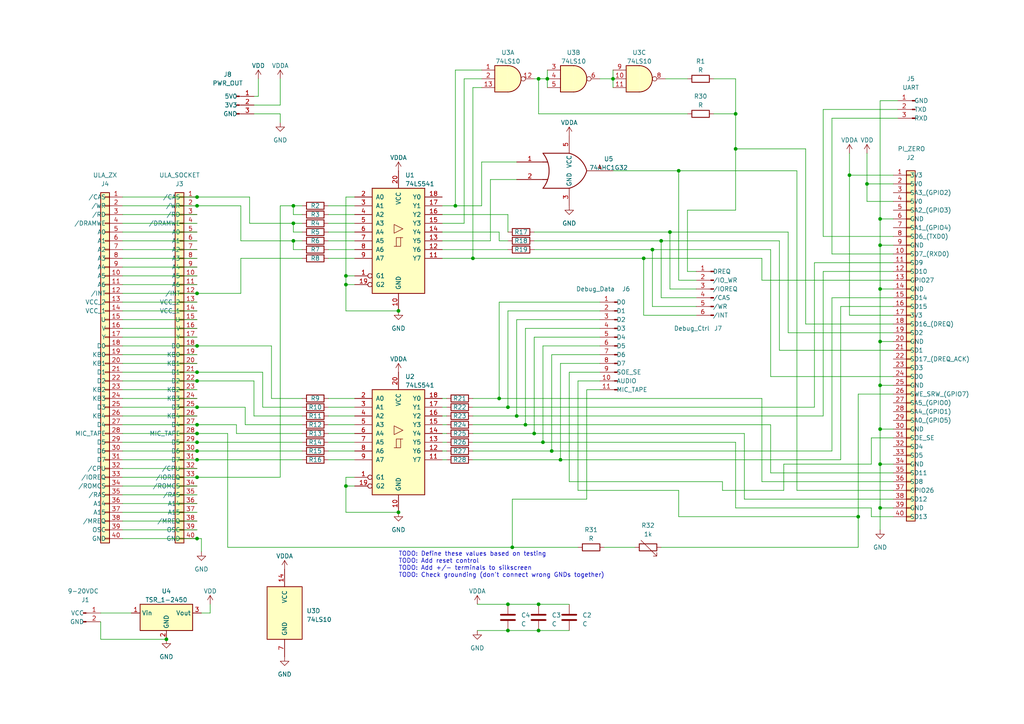
<source format=kicad_sch>
(kicad_sch (version 20230121) (generator eeschema)
  (paper "A4")
  (title_block (title "HD-Speccys") (date "2023-05-14") (rev "1A") (company "RA Sewell"))
  (lib_symbols
    (symbol "74xGxx:74AHC1G32"
      (property "Reference" "U" (at -2.54 3.81 0))
      (property "Value" "74AHC1G32" (at 0 -3.81 0))
      (symbol "74AHC1G32_1_1"
        (pin input line (at -15.24 2.54 0) (length 7.62) (name "~") (number "1"))
        (pin input line (at -15.24 -2.54 0) (length 7.62) (name "~") (number "2"))
        (pin power_in line (at 0 -10.16 90) (length 5.08) (name "GND") (number "3"))
        (pin output line (at 12.7 0 180) (length 7.62) (name "~") (number "4"))
        (pin power_in line (at 0 10.16 270) (length 5.08) (name "VCC") (number "5"))
      )
    )
    (symbol "74xx:74LS10" (pin_names (offset 1.016))
      (property "Reference" "U" (at 0 1.27 0))
      (property "Value" "74LS10" (at 0 -1.27 0))
      (symbol "74LS10_1_1"
        (pin input line (at -7.62 2.54 0) (length 3.81) (name "~") (number "1"))
        (pin output inverted (at 7.62 0 180) (length 3.81) (name "~") (number "12"))
        (pin input line (at -7.62 -2.54 0) (length 3.81) (name "~") (number "13"))
        (pin input line (at -7.62 0 0) (length 3.81) (name "~") (number "2"))
      )
      (symbol "74LS10_1_2"
        (pin input inverted (at -7.62 2.54 0) (length 4.318) (name "~") (number "1"))
        (pin output line (at 7.62 0 180) (length 3.81) (name "~") (number "12"))
        (pin input inverted (at -7.62 -2.54 0) (length 4.318) (name "~") (number "13"))
        (pin input inverted (at -7.62 0 0) (length 4.953) (name "~") (number "2"))
      )
      (symbol "74LS10_2_1"
        (pin input line (at -7.62 2.54 0) (length 3.81) (name "~") (number "3"))
        (pin input line (at -7.62 0 0) (length 3.81) (name "~") (number "4"))
        (pin input line (at -7.62 -2.54 0) (length 3.81) (name "~") (number "5"))
        (pin output inverted (at 7.62 0 180) (length 3.81) (name "~") (number "6"))
      )
      (symbol "74LS10_2_2"
        (pin input inverted (at -7.62 2.54 0) (length 4.318) (name "~") (number "3"))
        (pin input inverted (at -7.62 0 0) (length 4.953) (name "~") (number "4"))
        (pin input inverted (at -7.62 -2.54 0) (length 4.318) (name "~") (number "5"))
        (pin output line (at 7.62 0 180) (length 3.81) (name "~") (number "6"))
      )
      (symbol "74LS10_3_1"
        (pin input line (at -7.62 0 0) (length 3.81) (name "~") (number "10"))
        (pin input line (at -7.62 -2.54 0) (length 3.81) (name "~") (number "11"))
        (pin output inverted (at 7.62 0 180) (length 3.81) (name "~") (number "8"))
        (pin input line (at -7.62 2.54 0) (length 3.81) (name "~") (number "9"))
      )
      (symbol "74LS10_3_2"
        (pin input inverted (at -7.62 0 0) (length 4.953) (name "~") (number "10"))
        (pin input inverted (at -7.62 -2.54 0) (length 4.318) (name "~") (number "11"))
        (pin output line (at 7.62 0 180) (length 3.81) (name "~") (number "8"))
        (pin input inverted (at -7.62 2.54 0) (length 4.318) (name "~") (number "9"))
      )
      (symbol "74LS10_4_0"
        (pin power_in line (at 0 12.7 270) (length 5.08) (name "VCC") (number "14"))
        (pin power_in line (at 0 -12.7 90) (length 5.08) (name "GND") (number "7"))
      )
    )
    (symbol "74xx:74LS541" (pin_names (offset 1.016))
      (property "Reference" "U" (at -7.62 16.51 0))
      (property "Value" "74LS541" (at -7.62 -16.51 0))
      (symbol "74LS541_1_0"
        (pin input inverted (at -12.7 -10.16 0) (length 5.08) (name "G1") (number "1"))
        (pin power_in line (at 0 -20.32 90) (length 5.08) (name "GND") (number "10"))
        (pin tri_state line (at 12.7 -5.08 180) (length 5.08) (name "Y7") (number "11"))
        (pin tri_state line (at 12.7 -2.54 180) (length 5.08) (name "Y6") (number "12"))
        (pin tri_state line (at 12.7 0 180) (length 5.08) (name "Y5") (number "13"))
        (pin tri_state line (at 12.7 2.54 180) (length 5.08) (name "Y4") (number "14"))
        (pin tri_state line (at 12.7 5.08 180) (length 5.08) (name "Y3") (number "15"))
        (pin tri_state line (at 12.7 7.62 180) (length 5.08) (name "Y2") (number "16"))
        (pin tri_state line (at 12.7 10.16 180) (length 5.08) (name "Y1") (number "17"))
        (pin tri_state line (at 12.7 12.7 180) (length 5.08) (name "Y0") (number "18"))
        (pin input inverted (at -12.7 -12.7 0) (length 5.08) (name "G2") (number "19"))
        (pin input line (at -12.7 12.7 0) (length 5.08) (name "A0") (number "2"))
        (pin power_in line (at 0 20.32 270) (length 5.08) (name "VCC") (number "20"))
        (pin input line (at -12.7 10.16 0) (length 5.08) (name "A1") (number "3"))
        (pin input line (at -12.7 7.62 0) (length 5.08) (name "A2") (number "4"))
        (pin input line (at -12.7 5.08 0) (length 5.08) (name "A3") (number "5"))
        (pin input line (at -12.7 2.54 0) (length 5.08) (name "A4") (number "6"))
        (pin input line (at -12.7 0 0) (length 5.08) (name "A5") (number "7"))
        (pin input line (at -12.7 -2.54 0) (length 5.08) (name "A6") (number "8"))
        (pin input line (at -12.7 -5.08 0) (length 5.08) (name "A7") (number "9"))
      )
    )
    (symbol "Conn_01x03_Pin_1" (pin_names (offset 1.016))
      (property "Reference" "J8" (at 0.635 3.81 0))
      (property "Value" "GND" (at 0.635 1.27 0))
      (symbol "Conn_01x03_Pin_1_1_1"
        (pin passive line (at 5.08 2.54 180) (length 3.81) (name "5V0") (number "1"))
        (pin passive line (at 5.08 0 180) (length 3.81) (name "3V3") (number "2"))
        (pin passive line (at 5.08 -2.54 180) (length 3.81) (name "GND") (number "3"))
      )
    )
    (symbol "Conn_01x40_1" (pin_names (offset 1.016))
      (property "Reference" "J3" (at 0 -54.61 0))
      (property "Value" "ULA_SOCKET_02x20" (at 0 -57.15 0))
      (symbol "Conn_01x40_1_1_1"
        (pin passive line (at -5.08 48.26 0) (length 3.81) (name "/CAS") (number "1"))
        (pin passive line (at -5.08 25.4 0) (length 3.81) (name "A5") (number "10"))
        (pin passive line (at -5.08 22.86 0) (length 3.81) (name "A6") (number "11"))
        (pin passive line (at -5.08 20.32 0) (length 3.81) (name "/INT") (number "12"))
        (pin passive line (at -5.08 17.78 0) (length 3.81) (name "VCC_2") (number "13"))
        (pin passive line (at -5.08 15.24 0) (length 3.81) (name "VCC_1") (number "14"))
        (pin passive line (at -5.08 12.7 0) (length 3.81) (name "U") (number "15"))
        (pin passive line (at -5.08 10.16 0) (length 3.81) (name "V") (number "16"))
        (pin passive line (at -5.08 7.62 0) (length 3.81) (name "Y") (number "17"))
        (pin passive line (at -5.08 5.08 0) (length 3.81) (name "D0") (number "18"))
        (pin passive line (at -5.08 2.54 0) (length 3.81) (name "KB0") (number "19"))
        (pin passive line (at -5.08 45.72 0) (length 3.81) (name "/WR") (number "2"))
        (pin passive line (at -5.08 0 0) (length 3.81) (name "KB1") (number "20"))
        (pin passive line (at -5.08 -2.54 0) (length 3.81) (name "D1") (number "21"))
        (pin passive line (at -5.08 -5.08 0) (length 3.81) (name "D2") (number "22"))
        (pin passive line (at -5.08 -7.62 0) (length 3.81) (name "KB2") (number "23"))
        (pin passive line (at -5.08 -10.16 0) (length 3.81) (name "KB3") (number "24"))
        (pin passive line (at -5.08 -12.7 0) (length 3.81) (name "D3") (number "25"))
        (pin passive line (at -5.08 -15.24 0) (length 3.81) (name "KB4") (number "26"))
        (pin passive line (at -5.08 -17.78 0) (length 3.81) (name "D4") (number "27"))
        (pin passive line (at -5.08 -20.32 0) (length 3.81) (name "MIC_TAPE") (number "28"))
        (pin passive line (at -5.08 -22.86 0) (length 3.81) (name "D5") (number "29"))
        (pin passive line (at -5.08 43.18 0) (length 3.81) (name "/RD") (number "3"))
        (pin passive line (at -5.08 -25.4 0) (length 3.81) (name "D6") (number "30"))
        (pin passive line (at -5.08 -27.94 0) (length 3.81) (name "D7") (number "31"))
        (pin passive line (at -5.08 -30.48 0) (length 3.81) (name "/CPU") (number "32"))
        (pin passive line (at -5.08 -33.02 0) (length 3.81) (name "/IOREQ") (number "33"))
        (pin passive line (at -5.08 -35.56 0) (length 3.81) (name "/ROMCS") (number "34"))
        (pin passive line (at -5.08 -38.1 0) (length 3.81) (name "/RAS") (number "35"))
        (pin passive line (at -5.08 -40.64 0) (length 3.81) (name "A14") (number "36"))
        (pin passive line (at -5.08 -43.18 0) (length 3.81) (name "A15") (number "37"))
        (pin passive line (at -5.08 -45.72 0) (length 3.81) (name "/MREQ") (number "38"))
        (pin passive line (at -5.08 -48.26 0) (length 3.81) (name "OSC") (number "39"))
        (pin passive line (at -5.08 40.64 0) (length 3.81) (name "/DRAMWE") (number "4"))
        (pin passive line (at -5.08 -50.8 0) (length 3.81) (name "GND") (number "40"))
        (pin passive line (at -5.08 38.1 0) (length 3.81) (name "A0") (number "5"))
        (pin passive line (at -5.08 35.56 0) (length 3.81) (name "A1") (number "6"))
        (pin passive line (at -5.08 33.02 0) (length 3.81) (name "A2") (number "7"))
        (pin passive line (at -5.08 30.48 0) (length 3.81) (name "A3") (number "8"))
        (pin passive line (at -5.08 27.94 0) (length 3.81) (name "A4") (number "9"))
      )
    )
    (symbol "Conn_01x40_2" (pin_names (offset 1.016))
      (property "Reference" "J1" (at 2.54 -0.635 0))
      (property "Value" "PI_ZERO_2x20" (at 2.54 -3.175 0))
      (symbol "Conn_01x40_2_1_1"
        (pin passive line (at -5.08 48.26 0) (length 3.81) (name "3V3") (number "1"))
        (pin passive line (at -5.08 25.4 0) (length 3.81) (name "SD7_(RXD0)") (number "10"))
        (pin passive line (at -5.08 22.86 0) (length 3.81) (name "SD9") (number "11"))
        (pin passive line (at -5.08 20.32 0) (length 3.81) (name "SD10") (number "12"))
        (pin passive line (at -5.08 17.78 0) (length 3.81) (name "GPIO27") (number "13"))
        (pin passive line (at -5.08 15.24 0) (length 3.81) (name "GND") (number "14"))
        (pin passive line (at -5.08 12.7 0) (length 3.81) (name "SD14") (number "15"))
        (pin passive line (at -5.08 10.16 0) (length 3.81) (name "SD15") (number "16"))
        (pin passive line (at -5.08 7.62 0) (length 3.81) (name "3V3") (number "17"))
        (pin passive line (at -5.08 5.08 0) (length 3.81) (name "SD16_(DREQ)") (number "18"))
        (pin passive line (at -5.08 2.54 0) (length 3.81) (name "SD2") (number "19"))
        (pin passive line (at -5.08 45.72 0) (length 3.81) (name "5V0") (number "2"))
        (pin passive line (at -5.08 0 0) (length 3.81) (name "GND") (number "20"))
        (pin passive line (at -5.08 -2.54 0) (length 3.81) (name "SD1") (number "21"))
        (pin passive line (at -5.08 -5.08 0) (length 3.81) (name "SD17_(DREQ_ACK)") (number "22"))
        (pin passive line (at -5.08 -7.62 0) (length 3.81) (name "SD3") (number "23"))
        (pin passive line (at -5.08 -10.16 0) (length 3.81) (name "SD0") (number "24"))
        (pin passive line (at -5.08 -12.7 0) (length 3.81) (name "GND") (number "25"))
        (pin passive line (at -5.08 -15.24 0) (length 3.81) (name "SWE_SRW_(GPIO7)") (number "26"))
        (pin passive line (at -5.08 -17.78 0) (length 3.81) (name "SA5_(GPIO0)") (number "27"))
        (pin passive line (at -5.08 -20.32 0) (length 3.81) (name "SA4_(GPIO1)") (number "28"))
        (pin passive line (at -5.08 -22.86 0) (length 3.81) (name "SA0_(GPIO5)") (number "29"))
        (pin passive line (at -5.08 43.18 0) (length 3.81) (name "SA3_(GPIO2)") (number "3"))
        (pin passive line (at -5.08 -25.4 0) (length 3.81) (name "GND") (number "30"))
        (pin passive line (at -5.08 -27.94 0) (length 3.81) (name "SOE_SE") (number "31"))
        (pin passive line (at -5.08 -30.48 0) (length 3.81) (name "SD4") (number "32"))
        (pin passive line (at -5.08 -33.02 0) (length 3.81) (name "SD5") (number "33"))
        (pin passive line (at -5.08 -35.56 0) (length 3.81) (name "GND") (number "34"))
        (pin passive line (at -5.08 -38.1 0) (length 3.81) (name "SD11") (number "35"))
        (pin passive line (at -5.08 -40.64 0) (length 3.81) (name "SD8") (number "36"))
        (pin passive line (at -5.08 -43.18 0) (length 3.81) (name "GPIO26") (number "37"))
        (pin passive line (at -5.08 -45.72 0) (length 3.81) (name "SD12") (number "38"))
        (pin passive line (at -5.08 -48.26 0) (length 3.81) (name "GND") (number "39"))
        (pin passive line (at -5.08 40.64 0) (length 3.81) (name "5V0") (number "4"))
        (pin passive line (at -5.08 -50.8 0) (length 3.81) (name "SD13") (number "40"))
        (pin passive line (at -5.08 38.1 0) (length 3.81) (name "SA2_(GPIO3)") (number "5"))
        (pin passive line (at -5.08 35.56 0) (length 3.81) (name "GND") (number "6"))
        (pin passive line (at -5.08 33.02 0) (length 3.81) (name "SA1_(GPIO4)") (number "7"))
        (pin passive line (at -5.08 30.48 0) (length 3.81) (name "SD6_(TXD0)") (number "8"))
        (pin passive line (at -5.08 27.94 0) (length 3.81) (name "GND") (number "9"))
      )
    )
    (symbol "Connector:Conn_01x02_Pin" (pin_names (offset 1.016))
      (property "Reference" "J5" (at 0.635 3.81 0))
      (property "Value" "POWER 9-20VDC" (at 0 6.35 0))
      (symbol "Conn_01x02_Pin_1_1"
        (pin passive line (at 5.08 0 180) (length 3.81) (name "VCC") (number "1"))
        (pin passive line (at 5.08 -2.54 180) (length 3.81) (name "GND") (number "2"))
      )
    )
    (symbol "Connector:Conn_01x03_Pin" (pin_names (offset 1.016))
      (property "Reference" "J4" (at 0.635 6.35 0))
      (property "Value" "Conn_01x03_Pin" (at 0.635 3.81 0))
      (symbol "Conn_01x03_Pin_1_1"
        (pin passive line (at 5.08 2.54 180) (length 3.81) (name "GND") (number "1"))
        (pin passive line (at 5.08 0 180) (length 3.81) (name "TXD") (number "2"))
        (pin passive line (at 5.08 -2.54 180) (length 3.81) (name "RXD") (number "3"))
      )
    )
    (symbol "Connector:Conn_01x06_Pin" (pin_names (offset 1.016))
      (property "Reference" "J7" (at -5.08 1.27 0))
      (property "Value" "Debug_Ctrl" (at -5.08 -1.27 0))
      (symbol "Conn_01x06_Pin_1_1"
        (pin passive line (at 5.08 5.08 180) (length 3.81) (name "DREQ") (number "1"))
        (pin passive line (at 5.08 2.54 180) (length 3.81) (name "/IO_WR") (number "2"))
        (pin passive line (at 5.08 0 180) (length 3.81) (name "/IOREQ") (number "3"))
        (pin passive line (at 5.08 -2.54 180) (length 3.81) (name "/CAS") (number "4"))
        (pin passive line (at 5.08 -5.08 180) (length 3.81) (name "/WR") (number "5"))
        (pin passive line (at 5.08 -7.62 180) (length 3.81) (name "/INT") (number "6"))
      )
    )
    (symbol "Connector:Conn_01x11_Pin" (pin_names (offset 1.016))
      (property "Reference" "J6" (at -2.54 16.51 0))
      (property "Value" "Debug_Data" (at 6.35 16.51 0))
      (symbol "Conn_01x11_Pin_1_1"
        (pin passive line (at 5.08 12.7 180) (length 3.81) (name "D0") (number "1"))
        (pin passive line (at 5.08 -10.16 180) (length 3.81) (name "AUDIO") (number "10"))
        (pin passive line (at 5.08 -12.7 180) (length 3.81) (name "MIC_TAPE") (number "11"))
        (pin passive line (at 5.08 10.16 180) (length 3.81) (name "D1") (number "2"))
        (pin passive line (at 5.08 7.62 180) (length 3.81) (name "D2") (number "3"))
        (pin passive line (at 5.08 5.08 180) (length 3.81) (name "D3") (number "4"))
        (pin passive line (at 5.08 2.54 180) (length 3.81) (name "D4") (number "5"))
        (pin passive line (at 5.08 0 180) (length 3.81) (name "D5") (number "6"))
        (pin passive line (at 5.08 -2.54 180) (length 3.81) (name "D6") (number "7"))
        (pin passive line (at 5.08 -5.08 180) (length 3.81) (name "D7") (number "8"))
        (pin passive line (at 5.08 -7.62 180) (length 3.81) (name "SOE_SE") (number "9"))
      )
    )
    (symbol "Device:C" (pin_numbers hide) (pin_names (offset 0.254))
      (property "Reference" "C" (at 0.635 2.54 0))
      (property "Value" "C" (at 0.635 -2.54 0))
      (symbol "C_1_1"
        (pin passive line (at 0 3.81 270) (length 2.794) (name "~") (number "1"))
        (pin passive line (at 0 -3.81 90) (length 2.794) (name "~") (number "2"))
      )
    )
    (symbol "Device:R" (pin_numbers hide) (pin_names (offset 0))
      (property "Reference" "R" (at 2.032 0 90))
      (property "Value" "R" (at 0 0 90))
      (symbol "R_1_1"
        (pin passive line (at 0 3.81 270) (length 1.27) (name "~") (number "1"))
        (pin passive line (at 0 -3.81 90) (length 1.27) (name "~") (number "2"))
      )
    )
    (symbol "Device:R_Variable" (pin_numbers hide) (pin_names (offset 0))
      (property "Reference" "R" (at 2.54 -2.54 90))
      (property "Value" "R_Variable" (at -2.54 -1.27 90))
      (symbol "R_Variable_1_1"
        (pin passive line (at 0 3.81 270) (length 1.27) (name "~") (number "1"))
        (pin passive line (at 0 -3.81 90) (length 1.27) (name "~") (number "2"))
      )
    )
    (symbol "Regulator_Switching:TSR_1-2450"
      (property "Reference" "U" (at -7.62 6.35 0))
      (property "Value" "TSR_1-2450" (at -1.27 6.35 0))
      (symbol "TSR_1-2450_1_1"
        (pin power_in line (at -10.16 2.54 0) (length 2.54) (name "Vin") (number "1"))
        (pin power_in line (at 0 -5.08 90) (length 2.54) (name "GND") (number "2"))
        (pin power_out line (at 10.16 2.54 180) (length 2.54) (name "Vout") (number "3"))
      )
    )
    (symbol "power:GND" (power) (pin_names (offset 0))
      (property "Value" "GND" (at 0 -3.81 0))
      (symbol "GND_1_1"
        (pin power_in line (at 0 0 270) (length 0) hide (name "GND") (number "1"))
      )
    )
    (symbol "power:VDD" (power) (pin_names (offset 0))
      (property "Value" "VDD" (at 0 3.81 0))
      (symbol "VDD_1_1"
        (pin power_in line (at 0 0 90) (length 0) hide (name "VDD") (number "1"))
      )
    )
    (symbol "power:VDDA" (power) (pin_names (offset 0))
      (property "Value" "VDDA" (at 0 3.81 0))
      (symbol "VDDA_1_1"
        (pin power_in line (at 0 0 90) (length 0) hide (name "VDDA") (number "1"))
      )
    )
  )
  (junction (at 57.15 123.19))
  (junction (at 186.69 74.93))
  (junction (at 57.15 107.95))
  (junction (at 115.57 90.17))
  (junction (at 154.94 125.73))
  (junction (at 100.33 82.55))
  (junction (at 255.27 99.06))
  (junction (at 132.08 59.69))
  (junction (at 255.27 124.46))
  (junction (at 162.56 133.35))
  (junction (at 213.36 43.18))
  (junction (at 57.15 110.49))
  (junction (at 191.77 69.85))
  (junction (at 255.27 83.82))
  (junction (at 196.85 49.53))
  (junction (at 246.38 50.8))
  (junction (at 48.26 185.42))
  (junction (at 85.09 69.85))
  (junction (at 189.23 72.39))
  (junction (at 148.59 158.75))
  (junction (at 156.21 182.88))
  (junction (at 158.75 22.86))
  (junction (at 57.15 128.27))
  (junction (at 255.27 147.32))
  (junction (at 255.27 63.5))
  (junction (at 147.32 175.26))
  (junction (at 57.15 100.33))
  (junction (at 100.33 80.01))
  (junction (at 57.15 133.35))
  (junction (at 255.27 111.76))
  (junction (at 57.15 130.81))
  (junction (at 57.15 85.09))
  (junction (at 57.15 156.21))
  (junction (at 248.92 149.86))
  (junction (at 156.21 175.26))
  (junction (at 115.57 148.59))
  (junction (at 194.31 67.31))
  (junction (at 57.15 138.43))
  (junction (at 144.78 115.57))
  (junction (at 152.4 123.19))
  (junction (at 85.09 59.69))
  (junction (at 147.32 118.11))
  (junction (at 57.15 59.69))
  (junction (at 160.02 130.81))
  (junction (at 255.27 71.12))
  (junction (at 213.36 33.02))
  (junction (at 177.8 22.86))
  (junction (at 57.15 57.15))
  (junction (at 157.48 128.27))
  (junction (at 156.21 22.86))
  (junction (at 57.15 118.11))
  (junction (at 251.46 53.34))
  (junction (at 57.15 125.73))
  (junction (at 147.32 182.88))
  (junction (at 149.86 120.65))
  (junction (at 85.09 64.77))
  (junction (at 100.33 140.97))
  (junction (at 137.16 74.93))
  (junction (at 255.27 134.62))
  (wire (pts (xy 74.93 27.94) (xy 73.66 27.94)))
  (wire (pts (xy 137.16 133.35) (xy 162.56 133.35)))
  (wire (pts (xy 241.3 73.66) (xy 241.3 34.29)))
  (wire (pts (xy 259.08 71.12) (xy 255.27 71.12)))
  (wire (pts (xy 95.25 125.73) (xy 102.87 125.73)))
  (wire (pts (xy 35.56 130.81) (xy 57.15 130.81)))
  (wire (pts (xy 167.64 142.24) (xy 196.85 142.24)))
  (wire (pts (xy 201.93 78.74) (xy 199.39 78.74)))
  (wire (pts (xy 213.36 33.02) (xy 213.36 43.18)))
  (wire (pts (xy 160.02 130.81) (xy 241.3 130.81)))
  (wire (pts (xy 35.56 143.51) (xy 57.15 143.51)))
  (wire (pts (xy 100.33 80.01) (xy 102.87 80.01)))
  (wire (pts (xy 259.08 63.5) (xy 255.27 63.5)))
  (wire (pts (xy 160.02 102.87) (xy 160.02 130.81)))
  (wire (pts (xy 128.27 67.31) (xy 144.78 67.31)))
  (wire (pts (xy 35.56 148.59) (xy 57.15 148.59)))
  (wire (pts (xy 175.26 158.75) (xy 184.15 158.75)))
  (wire (pts (xy 100.33 82.55) (xy 100.33 90.17)))
  (wire (pts (xy 35.56 133.35) (xy 57.15 133.35)))
  (wire (pts (xy 35.56 90.17) (xy 57.15 90.17)))
  (wire (pts (xy 128.27 69.85) (xy 142.24 69.85)))
  (wire (pts (xy 35.56 102.87) (xy 57.15 102.87)))
  (wire (pts (xy 60.96 175.26) (xy 60.96 177.8)))
  (wire (pts (xy 35.56 62.23) (xy 57.15 62.23)))
  (wire (pts (xy 128.27 133.35) (xy 129.54 133.35)))
  (wire (pts (xy 251.46 58.42) (xy 251.46 53.34)))
  (wire (pts (xy 58.42 156.21) (xy 57.15 156.21)))
  (wire (pts (xy 259.08 50.8) (xy 246.38 50.8)))
  (wire (pts (xy 246.38 50.8) (xy 246.38 44.45)))
  (wire (pts (xy 85.09 67.31) (xy 87.63 67.31)))
  (wire (pts (xy 100.33 140.97) (xy 100.33 148.59)))
  (wire (pts (xy 255.27 63.5) (xy 255.27 71.12)))
  (wire (pts (xy 35.56 118.11) (xy 57.15 118.11)))
  (wire (pts (xy 139.7 46.99) (xy 139.7 59.69)))
  (wire (pts (xy 246.38 50.8) (xy 246.38 91.44)))
  (wire (pts (xy 156.21 22.86) (xy 158.75 22.86)))
  (wire (pts (xy 154.94 97.79) (xy 154.94 125.73)))
  (wire (pts (xy 252.73 134.62) (xy 227.33 134.62)))
  (wire (pts (xy 255.27 147.32) (xy 255.27 153.67)))
  (wire (pts (xy 177.8 49.53) (xy 196.85 49.53)))
  (wire (pts (xy 255.27 134.62) (xy 255.27 147.32)))
  (wire (pts (xy 137.16 118.11) (xy 147.32 118.11)))
  (wire (pts (xy 72.39 64.77) (xy 85.09 64.77)))
  (wire (pts (xy 213.36 128.27) (xy 213.36 147.32)))
  (wire (pts (xy 35.56 80.01) (xy 57.15 80.01)))
  (wire (pts (xy 233.68 43.18) (xy 233.68 93.98)))
  (wire (pts (xy 73.66 120.65) (xy 73.66 110.49)))
  (wire (pts (xy 35.56 110.49) (xy 57.15 110.49)))
  (wire (pts (xy 35.56 69.85) (xy 57.15 69.85)))
  (wire (pts (xy 259.08 58.42) (xy 251.46 58.42)))
  (wire (pts (xy 156.21 182.88) (xy 165.1 182.88)))
  (wire (pts (xy 177.8 20.32) (xy 177.8 22.86)))
  (wire (pts (xy 149.86 120.65) (xy 238.76 120.65)))
  (wire (pts (xy 158.75 20.32) (xy 158.75 22.86)))
  (wire (pts (xy 35.56 57.15) (xy 57.15 57.15)))
  (wire (pts (xy 259.08 99.06) (xy 255.27 99.06)))
  (wire (pts (xy 132.08 20.32) (xy 132.08 59.69)))
  (wire (pts (xy 128.27 128.27) (xy 129.54 128.27)))
  (wire (pts (xy 152.4 123.19) (xy 223.52 123.19)))
  (wire (pts (xy 35.56 95.25) (xy 57.15 95.25)))
  (wire (pts (xy 154.94 72.39) (xy 189.23 72.39)))
  (wire (pts (xy 189.23 72.39) (xy 223.52 72.39)))
  (wire (pts (xy 223.52 109.22) (xy 259.08 109.22)))
  (wire (pts (xy 128.27 74.93) (xy 137.16 74.93)))
  (wire (pts (xy 58.42 156.21) (xy 58.42 160.02)))
  (wire (pts (xy 196.85 149.86) (xy 248.92 149.86)))
  (wire (pts (xy 259.08 127) (xy 252.73 127)))
  (wire (pts (xy 138.43 175.26) (xy 147.32 175.26)))
  (wire (pts (xy 255.27 29.21) (xy 255.27 63.5)))
  (wire (pts (xy 173.99 95.25) (xy 152.4 95.25)))
  (wire (pts (xy 35.56 151.13) (xy 57.15 151.13)))
  (wire (pts (xy 128.27 120.65) (xy 129.54 120.65)))
  (wire (pts (xy 57.15 107.95) (xy 76.2 107.95)))
  (wire (pts (xy 95.25 74.93) (xy 102.87 74.93)))
  (wire (pts (xy 201.93 88.9) (xy 189.23 88.9)))
  (wire (pts (xy 66.04 125.73) (xy 57.15 125.73)))
  (wire (pts (xy 81.28 30.48) (xy 73.66 30.48)))
  (wire (pts (xy 215.9 125.73) (xy 215.9 144.78)))
  (wire (pts (xy 238.76 68.58) (xy 238.76 31.75)))
  (wire (pts (xy 162.56 105.41) (xy 162.56 133.35)))
  (wire (pts (xy 173.99 100.33) (xy 157.48 100.33)))
  (wire (pts (xy 248.92 149.86) (xy 248.92 114.3)))
  (wire (pts (xy 149.86 92.71) (xy 149.86 120.65)))
  (wire (pts (xy 35.56 153.67) (xy 57.15 153.67)))
  (wire (pts (xy 137.16 25.4) (xy 139.7 25.4)))
  (wire (pts (xy 207.01 22.86) (xy 213.36 22.86)))
  (wire (pts (xy 35.56 67.31) (xy 57.15 67.31)))
  (wire (pts (xy 137.16 128.27) (xy 157.48 128.27)))
  (wire (pts (xy 243.84 88.9) (xy 243.84 133.35)))
  (wire (pts (xy 177.8 22.86) (xy 177.8 25.4)))
  (wire (pts (xy 255.27 124.46) (xy 255.27 134.62)))
  (wire (pts (xy 241.3 86.36) (xy 259.08 86.36)))
  (wire (pts (xy 213.36 43.18) (xy 233.68 43.18)))
  (wire (pts (xy 68.58 123.19) (xy 68.58 125.73)))
  (wire (pts (xy 165.1 107.95) (xy 173.99 107.95)))
  (wire (pts (xy 85.09 64.77) (xy 87.63 64.77)))
  (wire (pts (xy 35.56 120.65) (xy 57.15 120.65)))
  (wire (pts (xy 60.96 177.8) (xy 58.42 177.8)))
  (wire (pts (xy 85.09 72.39) (xy 85.09 69.85)))
  (wire (pts (xy 35.56 138.43) (xy 57.15 138.43)))
  (wire (pts (xy 57.15 128.27) (xy 87.63 128.27)))
  (wire (pts (xy 137.16 120.65) (xy 149.86 120.65)))
  (wire (pts (xy 259.08 149.86) (xy 252.73 149.86)))
  (wire (pts (xy 162.56 133.35) (xy 243.84 133.35)))
  (wire (pts (xy 100.33 138.43) (xy 100.33 140.97)))
  (wire (pts (xy 255.27 111.76) (xy 255.27 124.46)))
  (wire (pts (xy 137.16 123.19) (xy 152.4 123.19)))
  (wire (pts (xy 95.25 115.57) (xy 102.87 115.57)))
  (wire (pts (xy 156.21 33.02) (xy 199.39 33.02)))
  (wire (pts (xy 35.56 87.63) (xy 57.15 87.63)))
  (wire (pts (xy 209.55 142.24) (xy 227.33 142.24)))
  (wire (pts (xy 173.99 90.17) (xy 147.32 90.17)))
  (wire (pts (xy 72.39 64.77) (xy 72.39 57.15)))
  (wire (pts (xy 259.08 91.44) (xy 246.38 91.44)))
  (wire (pts (xy 238.76 78.74) (xy 259.08 78.74)))
  (wire (pts (xy 29.21 177.8) (xy 38.1 177.8)))
  (wire (pts (xy 196.85 49.53) (xy 231.14 49.53)))
  (wire (pts (xy 128.27 62.23) (xy 147.32 62.23)))
  (wire (pts (xy 213.36 22.86) (xy 213.36 33.02)))
  (wire (pts (xy 201.93 86.36) (xy 191.77 86.36)))
  (wire (pts (xy 147.32 62.23) (xy 147.32 67.31)))
  (wire (pts (xy 95.25 123.19) (xy 102.87 123.19)))
  (wire (pts (xy 226.06 69.85) (xy 226.06 101.6)))
  (wire (pts (xy 100.33 82.55) (xy 102.87 82.55)))
  (wire (pts (xy 223.52 72.39) (xy 223.52 109.22)))
  (wire (pts (xy 76.2 118.11) (xy 76.2 107.95)))
  (wire (pts (xy 35.56 82.55) (xy 57.15 82.55)))
  (wire (pts (xy 186.69 74.93) (xy 220.98 74.93)))
  (wire (pts (xy 128.27 123.19) (xy 129.54 123.19)))
  (wire (pts (xy 81.28 59.69) (xy 85.09 59.69)))
  (wire (pts (xy 100.33 57.15) (xy 102.87 57.15)))
  (wire (pts (xy 173.99 22.86) (xy 177.8 22.86)))
  (wire (pts (xy 35.56 59.69) (xy 57.15 59.69)))
  (wire (pts (xy 35.56 92.71) (xy 57.15 92.71)))
  (wire (pts (xy 57.15 110.49) (xy 73.66 110.49)))
  (wire (pts (xy 220.98 139.7) (xy 259.08 139.7)))
  (wire (pts (xy 100.33 148.59) (xy 115.57 148.59)))
  (wire (pts (xy 167.64 110.49) (xy 167.64 142.24)))
  (wire (pts (xy 35.56 77.47) (xy 57.15 77.47)))
  (wire (pts (xy 236.22 76.2) (xy 259.08 76.2)))
  (wire (pts (xy 128.27 118.11) (xy 129.54 118.11)))
  (wire (pts (xy 35.56 74.93) (xy 57.15 74.93)))
  (wire (pts (xy 147.32 90.17) (xy 147.32 118.11)))
  (wire (pts (xy 233.68 93.98) (xy 259.08 93.98)))
  (wire (pts (xy 173.99 87.63) (xy 144.78 87.63)))
  (wire (pts (xy 196.85 49.53) (xy 196.85 81.28)))
  (wire (pts (xy 248.92 114.3) (xy 259.08 114.3)))
  (wire (pts (xy 241.3 130.81) (xy 241.3 86.36)))
  (wire (pts (xy 85.09 69.85) (xy 87.63 69.85)))
  (wire (pts (xy 238.76 31.75) (xy 260.35 31.75)))
  (wire (pts (xy 35.56 100.33) (xy 57.15 100.33)))
  (wire (pts (xy 102.87 138.43) (xy 100.33 138.43)))
  (wire (pts (xy 259.08 134.62) (xy 255.27 134.62)))
  (wire (pts (xy 95.25 120.65) (xy 102.87 120.65)))
  (wire (pts (xy 78.74 115.57) (xy 87.63 115.57)))
  (wire (pts (xy 35.56 64.77) (xy 57.15 64.77)))
  (wire (pts (xy 81.28 22.86) (xy 81.28 30.48)))
  (wire (pts (xy 85.09 72.39) (xy 87.63 72.39)))
  (wire (pts (xy 173.99 97.79) (xy 154.94 97.79)))
  (wire (pts (xy 81.28 33.02) (xy 81.28 35.56)))
  (wire (pts (xy 215.9 144.78) (xy 259.08 144.78)))
  (wire (pts (xy 100.33 90.17) (xy 115.57 90.17)))
  (wire (pts (xy 128.27 59.69) (xy 132.08 59.69)))
  (wire (pts (xy 95.25 59.69) (xy 102.87 59.69)))
  (wire (pts (xy 148.59 144.78) (xy 148.59 158.75)))
  (wire (pts (xy 85.09 62.23) (xy 87.63 62.23)))
  (wire (pts (xy 128.27 64.77) (xy 134.62 64.77)))
  (wire (pts (xy 85.09 59.69) (xy 87.63 59.69)))
  (wire (pts (xy 259.08 124.46) (xy 255.27 124.46)))
  (wire (pts (xy 95.25 64.77) (xy 102.87 64.77)))
  (wire (pts (xy 148.59 158.75) (xy 66.04 158.75)))
  (wire (pts (xy 170.18 144.78) (xy 148.59 144.78)))
  (wire (pts (xy 251.46 44.45) (xy 251.46 53.34)))
  (wire (pts (xy 170.18 113.03) (xy 170.18 144.78)))
  (wire (pts (xy 73.66 120.65) (xy 87.63 120.65)))
  (wire (pts (xy 193.04 22.86) (xy 199.39 22.86)))
  (wire (pts (xy 128.27 125.73) (xy 129.54 125.73)))
  (wire (pts (xy 95.25 128.27) (xy 102.87 128.27)))
  (wire (pts (xy 154.94 22.86) (xy 156.21 22.86)))
  (wire (pts (xy 128.27 130.81) (xy 129.54 130.81)))
  (wire (pts (xy 144.78 87.63) (xy 144.78 115.57)))
  (wire (pts (xy 260.35 29.21) (xy 255.27 29.21)))
  (wire (pts (xy 69.85 69.85) (xy 85.09 69.85)))
  (wire (pts (xy 201.93 81.28) (xy 196.85 81.28)))
  (wire (pts (xy 71.12 123.19) (xy 87.63 123.19)))
  (wire (pts (xy 35.56 85.09) (xy 57.15 85.09)))
  (wire (pts (xy 173.99 110.49) (xy 167.64 110.49)))
  (wire (pts (xy 191.77 69.85) (xy 191.77 86.36)))
  (wire (pts (xy 199.39 78.74) (xy 199.39 60.96)))
  (wire (pts (xy 35.56 140.97) (xy 57.15 140.97)))
  (wire (pts (xy 173.99 92.71) (xy 149.86 92.71)))
  (wire (pts (xy 147.32 175.26) (xy 156.21 175.26)))
  (wire (pts (xy 154.94 67.31) (xy 194.31 67.31)))
  (wire (pts (xy 68.58 123.19) (xy 57.15 123.19)))
  (wire (pts (xy 165.1 139.7) (xy 165.1 107.95)))
  (wire (pts (xy 95.25 69.85) (xy 102.87 69.85)))
  (wire (pts (xy 69.85 59.69) (xy 57.15 59.69)))
  (wire (pts (xy 132.08 59.69) (xy 139.7 59.69)))
  (wire (pts (xy 57.15 130.81) (xy 87.63 130.81)))
  (wire (pts (xy 194.31 67.31) (xy 228.6 67.31)))
  (wire (pts (xy 231.14 49.53) (xy 231.14 142.24)))
  (wire (pts (xy 252.73 149.86) (xy 252.73 147.32)))
  (wire (pts (xy 100.33 140.97) (xy 102.87 140.97)))
  (wire (pts (xy 209.55 139.7) (xy 165.1 139.7)))
  (wire (pts (xy 220.98 81.28) (xy 259.08 81.28)))
  (wire (pts (xy 231.14 142.24) (xy 259.08 142.24)))
  (wire (pts (xy 35.56 146.05) (xy 57.15 146.05)))
  (wire (pts (xy 255.27 83.82) (xy 255.27 99.06)))
  (wire (pts (xy 128.27 115.57) (xy 129.54 115.57)))
  (wire (pts (xy 241.3 34.29) (xy 260.35 34.29)))
  (wire (pts (xy 137.16 130.81) (xy 160.02 130.81)))
  (wire (pts (xy 132.08 20.32) (xy 139.7 20.32)))
  (wire (pts (xy 35.56 107.95) (xy 57.15 107.95)))
  (wire (pts (xy 228.6 67.31) (xy 228.6 96.52)))
  (wire (pts (xy 220.98 115.57) (xy 220.98 139.7)))
  (wire (pts (xy 186.69 74.93) (xy 186.69 91.44)))
  (wire (pts (xy 259.08 83.82) (xy 255.27 83.82)))
  (wire (pts (xy 35.56 115.57) (xy 57.15 115.57)))
  (wire (pts (xy 243.84 88.9) (xy 259.08 88.9)))
  (wire (pts (xy 95.25 133.35) (xy 102.87 133.35)))
  (wire (pts (xy 227.33 134.62) (xy 227.33 142.24)))
  (wire (pts (xy 209.55 142.24) (xy 209.55 139.7)))
  (wire (pts (xy 170.18 113.03) (xy 173.99 113.03)))
  (wire (pts (xy 35.56 72.39) (xy 57.15 72.39)))
  (wire (pts (xy 29.21 185.42) (xy 48.26 185.42)))
  (wire (pts (xy 35.56 135.89) (xy 57.15 135.89)))
  (wire (pts (xy 251.46 53.34) (xy 259.08 53.34)))
  (wire (pts (xy 144.78 67.31) (xy 144.78 69.85)))
  (wire (pts (xy 128.27 72.39) (xy 147.32 72.39)))
  (wire (pts (xy 35.56 105.41) (xy 57.15 105.41)))
  (wire (pts (xy 81.28 59.69) (xy 81.28 138.43)))
  (wire (pts (xy 57.15 100.33) (xy 78.74 100.33)))
  (wire (pts (xy 156.21 22.86) (xy 156.21 33.02)))
  (wire (pts (xy 71.12 123.19) (xy 71.12 118.11)))
  (wire (pts (xy 35.56 128.27) (xy 57.15 128.27)))
  (wire (pts (xy 35.56 123.19) (xy 57.15 123.19)))
  (wire (pts (xy 142.24 52.07) (xy 149.86 52.07)))
  (wire (pts (xy 157.48 100.33) (xy 157.48 128.27)))
  (wire (pts (xy 29.21 180.34) (xy 29.21 185.42)))
  (wire (pts (xy 189.23 72.39) (xy 189.23 88.9)))
  (wire (pts (xy 142.24 52.07) (xy 142.24 69.85)))
  (wire (pts (xy 173.99 105.41) (xy 162.56 105.41)))
  (wire (pts (xy 144.78 115.57) (xy 220.98 115.57)))
  (wire (pts (xy 255.27 71.12) (xy 255.27 83.82)))
  (wire (pts (xy 144.78 69.85) (xy 147.32 69.85)))
  (wire (pts (xy 213.36 60.96) (xy 213.36 43.18)))
  (wire (pts (xy 154.94 125.73) (xy 215.9 125.73)))
  (wire (pts (xy 81.28 138.43) (xy 57.15 138.43)))
  (wire (pts (xy 57.15 118.11) (xy 71.12 118.11)))
  (wire (pts (xy 78.74 115.57) (xy 78.74 100.33)))
  (wire (pts (xy 137.16 115.57) (xy 144.78 115.57)))
  (wire (pts (xy 137.16 25.4) (xy 137.16 74.93)))
  (wire (pts (xy 72.39 57.15) (xy 57.15 57.15)))
  (wire (pts (xy 199.39 60.96) (xy 213.36 60.96)))
  (wire (pts (xy 201.93 91.44) (xy 186.69 91.44)))
  (wire (pts (xy 69.85 85.09) (xy 57.15 85.09)))
  (wire (pts (xy 95.25 72.39) (xy 102.87 72.39)))
  (wire (pts (xy 154.94 69.85) (xy 191.77 69.85)))
  (wire (pts (xy 57.15 133.35) (xy 87.63 133.35)))
  (wire (pts (xy 196.85 142.24) (xy 196.85 149.86)))
  (wire (pts (xy 69.85 74.93) (xy 87.63 74.93)))
  (wire (pts (xy 74.93 22.86) (xy 74.93 27.94)))
  (wire (pts (xy 248.92 158.75) (xy 248.92 149.86)))
  (wire (pts (xy 35.56 97.79) (xy 57.15 97.79)))
  (wire (pts (xy 69.85 74.93) (xy 69.85 85.09)))
  (wire (pts (xy 194.31 67.31) (xy 194.31 83.82)))
  (wire (pts (xy 95.25 130.81) (xy 102.87 130.81)))
  (wire (pts (xy 137.16 125.73) (xy 154.94 125.73)))
  (wire (pts (xy 100.33 57.15) (xy 100.33 80.01)))
  (wire (pts (xy 158.75 22.86) (xy 158.75 25.4)))
  (wire (pts (xy 66.04 158.75) (xy 66.04 125.73)))
  (wire (pts (xy 207.01 33.02) (xy 213.36 33.02)))
  (wire (pts (xy 134.62 22.86) (xy 134.62 64.77)))
  (wire (pts (xy 259.08 68.58) (xy 238.76 68.58)))
  (wire (pts (xy 191.77 158.75) (xy 248.92 158.75)))
  (wire (pts (xy 220.98 74.93) (xy 220.98 81.28)))
  (wire (pts (xy 148.59 158.75) (xy 167.64 158.75)))
  (wire (pts (xy 100.33 82.55) (xy 100.33 80.01)))
  (wire (pts (xy 69.85 59.69) (xy 69.85 69.85)))
  (wire (pts (xy 259.08 111.76) (xy 255.27 111.76)))
  (wire (pts (xy 191.77 69.85) (xy 226.06 69.85)))
  (wire (pts (xy 147.32 182.88) (xy 156.21 182.88)))
  (wire (pts (xy 95.25 118.11) (xy 102.87 118.11)))
  (wire (pts (xy 35.56 113.03) (xy 57.15 113.03)))
  (wire (pts (xy 157.48 128.27) (xy 213.36 128.27)))
  (wire (pts (xy 147.32 118.11) (xy 236.22 118.11)))
  (wire (pts (xy 236.22 76.2) (xy 236.22 118.11)))
  (wire (pts (xy 252.73 127) (xy 252.73 134.62)))
  (wire (pts (xy 95.25 67.31) (xy 102.87 67.31)))
  (wire (pts (xy 138.43 182.88) (xy 147.32 182.88)))
  (wire (pts (xy 139.7 46.99) (xy 149.86 46.99)))
  (wire (pts (xy 85.09 59.69) (xy 85.09 62.23)))
  (wire (pts (xy 259.08 73.66) (xy 241.3 73.66)))
  (wire (pts (xy 226.06 101.6) (xy 259.08 101.6)))
  (wire (pts (xy 73.66 33.02) (xy 81.28 33.02)))
  (wire (pts (xy 68.58 125.73) (xy 87.63 125.73)))
  (wire (pts (xy 76.2 118.11) (xy 87.63 118.11)))
  (wire (pts (xy 156.21 175.26) (xy 165.1 175.26)))
  (wire (pts (xy 95.25 62.23) (xy 102.87 62.23)))
  (wire (pts (xy 228.6 96.52) (xy 259.08 96.52)))
  (wire (pts (xy 223.52 137.16) (xy 259.08 137.16)))
  (wire (pts (xy 152.4 95.25) (xy 152.4 123.19)))
  (wire (pts (xy 255.27 99.06) (xy 255.27 111.76)))
  (wire (pts (xy 259.08 147.32) (xy 255.27 147.32)))
  (wire (pts (xy 137.16 74.93) (xy 186.69 74.93)))
  (wire (pts (xy 223.52 123.19) (xy 223.52 137.16)))
  (wire (pts (xy 173.99 102.87) (xy 160.02 102.87)))
  (wire (pts (xy 35.56 125.73) (xy 57.15 125.73)))
  (wire (pts (xy 201.93 83.82) (xy 194.31 83.82)))
  (wire (pts (xy 213.36 147.32) (xy 252.73 147.32)))
  (wire (pts (xy 238.76 120.65) (xy 238.76 78.74)))
  (wire (pts (xy 134.62 22.86) (xy 139.7 22.86)))
  (wire (pts (xy 35.56 156.21) (xy 57.15 156.21)))
  (wire (pts (xy 85.09 64.77) (xy 85.09 67.31)))
  (text "TODO: Define these values based on testing\nTODO: Add reset control\nTODO: Add +/- terminals to silkscreen\nTODO: Check grounding (don't connect wrong GNDs together)" (at 115.57 167.64 0) (effects (font (size 1.27 1.27)) (justify left bottom)))
  (symbol (lib_id "power:GND") (at 81.28 35.56 0) (unit 1)
    (property "Reference" "#PWR017" (effects hide))
    (property "Value" "GND" (at 81.28 40.64 0))
  )
  (symbol (lib_id "Regulator_Switching:TSR_1-2450") (at 48.26 180.34 0) (unit 1)
    (property "Reference" "U4" (at 48.26 171.45 0))
    (property "Value" "TSR_1-2450" (at 48.26 173.99 0))
    (property "Footprint" "Converter_DCDC:Converter_DCDC_Murata_OKI-78SR_Horizontal" (effects hide))
    (property "Datasheet" "http://www.tracopower.com/products/tsr1.pdf" (effects hide))
  )
  (symbol (lib_id "power:VDD") (at 251.46 44.45 0) (unit 1)
    (property "Reference" "#PWR07" (effects hide))
    (property "Value" "VDD" (at 251.46 40.64 0))
  )
  (symbol (lib_id "power:VDDA") (at 82.55 165.1 0) (unit 1)
    (property "Reference" "#PWR010" (effects hide))
    (property "Value" "VDDA" (at 82.55 161.29 0))
  )
  (symbol (lib_id "power:GND") (at 48.26 185.42 0) (unit 1)
    (property "Reference" "#PWR012" (effects hide))
    (property "Value" "GND" (at 48.26 190.5 0))
  )
  (symbol (lib_id "Device:R") (at 133.35 120.65 270) (unit 1)
    (property "Reference" "R23" (at 133.35 120.65 90))
    (property "Value" "R" (effects hide))
    (property "Footprint" "Resistor_SMD:R_0603_1608Metric_Pad0.98x0.95mm_HandSolder" (effects hide))
  )
  (symbol (lib_id "Device:R") (at 91.44 69.85 270) (unit 1)
    (property "Reference" "R6" (at 91.44 69.85 90))
    (property "Value" "R" (effects hide))
    (property "Footprint" "Resistor_SMD:R_0603_1608Metric_Pad0.98x0.95mm_HandSolder" (effects hide))
  )
  (symbol (lib_id "Device:R") (at 91.44 59.69 270) (unit 1)
    (property "Reference" "R2" (at 91.44 59.69 90))
    (property "Value" "R" (effects hide))
    (property "Footprint" "Resistor_SMD:R_0603_1608Metric_Pad0.98x0.95mm_HandSolder" (effects hide))
  )
  (symbol (lib_id "power:VDDA") (at 165.1 39.37 0) (unit 1)
    (property "Reference" "#PWR013" (effects hide))
    (property "Value" "VDDA" (at 165.1 35.56 0))
  )
  (symbol (lib_id "power:VDD") (at 74.93 22.86 0) (unit 1)
    (property "Reference" "#PWR019" (effects hide))
    (property "Value" "VDD" (at 74.93 19.05 0))
  )
  (symbol (lib_id "Device:R") (at 91.44 67.31 270) (unit 1)
    (property "Reference" "R5" (at 91.44 67.31 90))
    (property "Value" "R" (effects hide))
    (property "Footprint" "Resistor_SMD:R_0603_1608Metric_Pad0.98x0.95mm_HandSolder" (effects hide))
  )
  (symbol (lib_id "Device:R") (at 203.2 22.86 270) (unit 1)
    (property "Reference" "R1" (at 203.2 17.78 90))
    (property "Value" "R" (at 203.2 20.32 90))
    (property "Footprint" "Resistor_SMD:R_0603_1608Metric_Pad0.98x0.95mm_HandSolder" (effects hide))
  )
  (symbol (lib_id "Device:R") (at 91.44 118.11 270) (unit 1)
    (property "Reference" "R10" (at 91.44 118.11 90))
    (property "Value" "R" (effects hide))
    (property "Footprint" "Resistor_SMD:R_0603_1608Metric_Pad0.98x0.95mm_HandSolder" (effects hide))
  )
  (symbol (lib_id "Connector:Conn_01x11_Pin") (at 179.07 100.33 0) (mirror y) (unit 1) (in_bom no) (on_board no)
    (property "Reference" "J6" (at 181.61 83.82 0))
    (property "Value" "Debug_Data" (at 172.72 83.82 0))
    (property "Footprint" "Connector_PinHeader_2.54mm:PinHeader_1x11_P2.54mm_Vertical" (effects hide))
  )
  (symbol (lib_id "power:VDD") (at 60.96 175.26 0) (unit 1)
    (property "Reference" "#PWR011" (effects hide))
    (property "Value" "VDD" (at 60.96 171.45 0))
  )
  (symbol (lib_id "Device:R") (at 171.45 158.75 270) (unit 1)
    (property "Reference" "R31" (at 171.45 153.67 90))
    (property "Value" "R" (at 171.45 156.21 90))
    (property "Footprint" "Resistor_SMD:R_0603_1608Metric_Pad0.98x0.95mm_HandSolder" (effects hide))
  )
  (symbol (lib_id "power:GND") (at 255.27 153.67 0) (unit 1)
    (property "Reference" "#PWR09" (effects hide))
    (property "Value" "GND" (at 255.27 158.75 0))
  )
  (symbol (lib_id "Connector:Conn_01x06_Pin") (at 207.01 83.82 0) (mirror y) (unit 1) (in_bom no) (on_board no)
    (property "Reference" "J7" (at 208.28 95.25 0))
    (property "Value" "Debug_Ctrl" (at 200.66 95.25 0))
    (property "Footprint" "Connector_PinHeader_2.54mm:PinHeader_1x06_P2.54mm_Vertical" (effects hide))
  )
  (symbol (lib_id "Device:R") (at 151.13 72.39 270) (unit 1)
    (property "Reference" "R19" (at 151.13 72.39 90))
    (property "Value" "R" (effects hide))
    (property "Footprint" "Resistor_SMD:R_0603_1608Metric_Pad0.98x0.95mm_HandSolder" (effects hide))
  )
  (symbol (lib_id "power:GND") (at 138.43 182.88 0) (unit 1)
    (property "Reference" "#PWR016" (effects hide))
    (property "Value" "GND" (at 138.43 187.96 0))
  )
  (symbol (lib_name "Conn_01x03_Pin_1") (lib_id "Connector:Conn_01x03_Pin") (at 68.58 30.48 0) (unit 1) (in_bom no) (on_board no)
    (property "Reference" "J8" (at 66.04 21.59 0))
    (property "Value" "PWR_OUT" (at 66.04 24.13 0))
    (property "Footprint" "Connector_PinHeader_2.54mm:PinHeader_1x03_P2.54mm_Vertical" (effects hide))
  )
  (symbol (lib_id "Device:C") (at 156.21 179.07 0) (unit 1)
    (property "Reference" "C3" (at 160.02 178.435 0) (effects (justify left)))
    (property "Value" "C" (at 160.02 180.975 0) (effects (justify left)))
    (property "Footprint" "Capacitor_SMD:C_0603_1608Metric_Pad1.08x0.95mm_HandSolder" (effects hide))
  )
  (symbol (lib_id "Device:C") (at 165.1 179.07 0) (unit 1)
    (property "Reference" "C2" (at 168.91 178.435 0) (effects (justify left)))
    (property "Value" "C" (at 168.91 180.975 0) (effects (justify left)))
    (property "Footprint" "Capacitor_SMD:C_0603_1608Metric_Pad1.08x0.95mm_HandSolder" (effects hide))
  )
  (symbol (lib_id "power:VDDA") (at 115.57 49.53 0) (unit 1)
    (property "Reference" "#PWR01" (effects hide))
    (property "Value" "VDDA" (at 115.57 45.72 0))
  )
  (symbol (lib_id "74xx:74LS541") (at 115.57 69.85 0) (unit 1)
    (property "Reference" "U1" (at 117.5259 50.8 0) (effects (justify left)))
    (property "Value" "74LS541" (at 117.5259 53.34 0) (effects (justify left)))
    (property "Footprint" "Package_SO:TSSOP-20_4.4x6.5mm_P0.65mm" (effects hide))
    (property "Datasheet" "http://www.ti.com/lit/gpn/sn74LS541" (effects hide))
  )
  (symbol (lib_id "Device:R_Variable") (at 187.96 158.75 270) (unit 1)
    (property "Reference" "R32" (at 187.96 152.4 90))
    (property "Value" "1k" (at 187.96 154.94 90))
    (property "Footprint" "Potentiometer_SMD:Potentiometer_Bourns_TC33X_Vertical" (effects hide))
  )
  (symbol (lib_id "Connector:Conn_01x02_Pin") (at 24.13 177.8 0) (unit 1)
    (property "Reference" "J1" (at 24.765 173.99 0))
    (property "Value" "9-20VDC" (at 24.13 171.45 0))
    (property "Footprint" "Connector_PinHeader_2.54mm:PinHeader_1x02_P2.54mm_Horizontal" (effects hide))
  )
  (symbol (lib_id "74xx:74LS10") (at 147.32 22.86 0) (unit 1)
    (property "Reference" "U3" (at 147.3117 15.24 0))
    (property "Value" "74LS10" (at 147.3117 17.78 0))
    (property "Footprint" "Package_SO:TSSOP-14_4.4x5mm_P0.65mm" (effects hide))
    (property "Datasheet" "http://www.ti.com/lit/gpn/sn74LS10" (effects hide))
  )
  (symbol (lib_id "power:VDDA") (at 138.43 175.26 0) (unit 1)
    (property "Reference" "#PWR015" (effects hide))
    (property "Value" "VDDA" (at 138.43 171.45 0))
  )
  (symbol (lib_id "Device:R") (at 91.44 130.81 270) (unit 1)
    (property "Reference" "R15" (at 91.44 130.81 90))
    (property "Value" "R" (effects hide))
    (property "Footprint" "Resistor_SMD:R_0603_1608Metric_Pad0.98x0.95mm_HandSolder" (effects hide))
  )
  (symbol (lib_name "Conn_01x40_1") (lib_id "Connector_Generic:Conn_01x40") (at 52.07 105.41 0) (mirror y) (unit 1)
    (property "Reference" "J3" (at 52.07 53.34 0))
    (property "Value" "ULA_SOCKET" (at 52.07 50.8 0))
    (property "Footprint" "Package_DIP:DIP-40_W15.24mm_Socket" (effects hide))
  )
  (symbol (lib_id "Device:R") (at 91.44 115.57 270) (unit 1)
    (property "Reference" "R9" (at 91.44 115.57 90))
    (property "Value" "R" (effects hide))
    (property "Footprint" "Resistor_SMD:R_0603_1608Metric_Pad0.98x0.95mm_HandSolder" (effects hide))
  )
  (symbol (lib_id "Connector:Conn_01x03_Pin") (at 265.43 31.75 0) (mirror y) (unit 1)
    (property "Reference" "J5" (at 264.16 22.86 0))
    (property "Value" "UART" (at 264.16 25.4 0))
    (property "Footprint" "Connector_PinHeader_2.54mm:PinHeader_1x03_P2.54mm_Vertical" (effects hide))
  )
  (symbol (lib_id "power:GND") (at 58.42 160.02 0) (unit 1)
    (property "Reference" "#PWR06" (effects hide))
    (property "Value" "GND" (at 58.42 165.1 0))
  )
  (symbol (lib_id "Device:R") (at 91.44 133.35 270) (unit 1)
    (property "Reference" "R16" (at 91.44 133.35 90))
    (property "Value" "R" (effects hide))
    (property "Footprint" "Resistor_SMD:R_0603_1608Metric_Pad0.98x0.95mm_HandSolder" (effects hide))
  )
  (symbol (lib_id "Device:R") (at 91.44 120.65 270) (unit 1)
    (property "Reference" "R11" (at 91.44 120.65 90))
    (property "Value" "R" (effects hide))
    (property "Footprint" "Resistor_SMD:R_0603_1608Metric_Pad0.98x0.95mm_HandSolder" (effects hide))
  )
  (symbol (lib_name "Conn_01x40_1") (lib_id "Connector_Generic:Conn_01x40") (at 30.48 105.41 0) (mirror y) (unit 1)
    (property "Reference" "J4" (at 30.48 53.34 0))
    (property "Value" "ULA_ZX" (at 30.48 50.8 0))
    (property "Footprint" "Package_DIP:DIP-40_W15.24mm_Socket" (effects hide))
  )
  (symbol (lib_id "Device:R") (at 203.2 33.02 270) (unit 1)
    (property "Reference" "R30" (at 203.2 27.94 90))
    (property "Value" "R" (at 203.2 30.48 90))
    (property "Footprint" "Resistor_SMD:R_0603_1608Metric_Pad0.98x0.95mm_HandSolder" (effects hide))
  )
  (symbol (lib_id "power:GND") (at 115.57 148.59 0) (unit 1)
    (property "Reference" "#PWR02" (effects hide))
    (property "Value" "GND" (at 115.57 153.67 0))
  )
  (symbol (lib_id "Device:R") (at 133.35 115.57 270) (unit 1)
    (property "Reference" "R21" (at 133.35 115.57 90))
    (property "Value" "R" (effects hide))
    (property "Footprint" "Resistor_SMD:R_0603_1608Metric_Pad0.98x0.95mm_HandSolder" (effects hide))
  )
  (symbol (lib_id "Device:R") (at 133.35 125.73 270) (unit 1)
    (property "Reference" "R25" (at 133.35 125.73 90))
    (property "Value" "R" (effects hide))
    (property "Footprint" "Resistor_SMD:R_0603_1608Metric_Pad0.98x0.95mm_HandSolder" (effects hide))
  )
  (symbol (lib_id "power:VDDA") (at 246.38 44.45 0) (unit 1)
    (property "Reference" "#PWR08" (effects hide))
    (property "Value" "VDDA" (at 246.38 40.64 0))
  )
  (symbol (lib_id "Device:R") (at 151.13 67.31 270) (unit 1)
    (property "Reference" "R17" (at 151.13 67.31 90))
    (property "Value" "R" (effects hide))
    (property "Footprint" "Resistor_SMD:R_0603_1608Metric_Pad0.98x0.95mm_HandSolder" (effects hide))
  )
  (symbol (lib_id "Device:R") (at 133.35 133.35 270) (unit 1)
    (property "Reference" "R28" (at 133.35 133.35 90))
    (property "Value" "R" (effects hide))
    (property "Footprint" "Resistor_SMD:R_0603_1608Metric_Pad0.98x0.95mm_HandSolder" (effects hide))
  )
  (symbol (lib_id "power:VDDA") (at 81.28 22.86 0) (unit 1)
    (property "Reference" "#PWR018" (effects hide))
    (property "Value" "VDDA" (at 81.28 19.05 0))
  )
  (symbol (lib_id "power:VDDA") (at 115.57 107.95 0) (unit 1)
    (property "Reference" "#PWR05" (effects hide))
    (property "Value" "VDDA" (at 115.57 104.14 0))
  )
  (symbol (lib_id "Device:R") (at 91.44 128.27 270) (unit 1)
    (property "Reference" "R14" (at 91.44 128.27 90))
    (property "Value" "R" (effects hide))
    (property "Footprint" "Resistor_SMD:R_0603_1608Metric_Pad0.98x0.95mm_HandSolder" (effects hide))
  )
  (symbol (lib_id "Device:R") (at 133.35 128.27 270) (unit 1)
    (property "Reference" "R26" (at 133.35 128.27 90))
    (property "Value" "R" (effects hide))
    (property "Footprint" "Resistor_SMD:R_0603_1608Metric_Pad0.98x0.95mm_HandSolder" (effects hide))
  )
  (symbol (lib_id "Device:R") (at 133.35 118.11 270) (unit 1)
    (property "Reference" "R22" (at 133.35 118.11 90))
    (property "Value" "R" (effects hide))
    (property "Footprint" "Resistor_SMD:R_0603_1608Metric_Pad0.98x0.95mm_HandSolder" (effects hide))
  )
  (symbol (lib_id "Device:R") (at 91.44 125.73 270) (unit 1)
    (property "Reference" "R13" (at 91.44 125.73 90))
    (property "Value" "R" (effects hide))
    (property "Footprint" "Resistor_SMD:R_0603_1608Metric_Pad0.98x0.95mm_HandSolder" (effects hide))
  )
  (symbol (lib_id "power:GND") (at 82.55 190.5 0) (unit 1)
    (property "Reference" "#PWR04" (effects hide))
    (property "Value" "GND" (at 82.55 195.58 0))
  )
  (symbol (lib_id "Device:C") (at 147.32 179.07 0) (unit 1)
    (property "Reference" "C4" (at 151.13 178.435 0) (effects (justify left)))
    (property "Value" "C" (at 151.13 180.975 0) (effects (justify left)))
    (property "Footprint" "Capacitor_SMD:C_0603_1608Metric_Pad1.08x0.95mm_HandSolder" (effects hide))
  )
  (symbol (lib_id "74xx:74LS10") (at 82.55 177.8 0) (unit 4)
    (property "Reference" "U3" (at 88.9 177.165 0) (effects (justify left)))
    (property "Value" "74LS10" (at 88.9 179.705 0) (effects (justify left)))
    (property "Footprint" "Package_SO:TSSOP-14_4.4x5mm_P0.65mm" (effects hide))
    (property "Datasheet" "http://www.ti.com/lit/gpn/sn74LS10" (effects hide))
  )
  (symbol (lib_id "Device:R") (at 133.35 130.81 270) (unit 1)
    (property "Reference" "R27" (at 133.35 130.81 90))
    (property "Value" "R" (effects hide))
    (property "Footprint" "Resistor_SMD:R_0603_1608Metric_Pad0.98x0.95mm_HandSolder" (effects hide))
  )
  (symbol (lib_id "Device:R") (at 91.44 123.19 270) (unit 1)
    (property "Reference" "R12" (at 91.44 123.19 90))
    (property "Value" "R" (effects hide))
    (property "Footprint" "Resistor_SMD:R_0603_1608Metric_Pad0.98x0.95mm_HandSolder" (effects hide))
  )
  (symbol (lib_id "Device:R") (at 133.35 123.19 270) (unit 1)
    (property "Reference" "R24" (at 133.35 123.19 90))
    (property "Value" "R" (effects hide))
    (property "Footprint" "Resistor_SMD:R_0603_1608Metric_Pad0.98x0.95mm_HandSolder" (effects hide))
  )
  (symbol (lib_id "power:GND") (at 115.57 90.17 0) (unit 1)
    (property "Reference" "#PWR03" (effects hide))
    (property "Value" "GND" (at 115.57 95.25 0))
  )
  (symbol (lib_id "Device:R") (at 91.44 62.23 270) (unit 1)
    (property "Reference" "R3" (at 91.44 62.23 90))
    (property "Value" "R" (effects hide))
    (property "Footprint" "Resistor_SMD:R_0603_1608Metric_Pad0.98x0.95mm_HandSolder" (effects hide))
  )
  (symbol (lib_id "Device:R") (at 91.44 64.77 270) (unit 1)
    (property "Reference" "R4" (at 91.44 64.77 90))
    (property "Value" "R" (effects hide))
    (property "Footprint" "Resistor_SMD:R_0603_1608Metric_Pad0.98x0.95mm_HandSolder" (effects hide))
  )
  (symbol (lib_id "Device:R") (at 151.13 69.85 270) (unit 1)
    (property "Reference" "R18" (at 151.13 69.85 90))
    (property "Value" "R" (effects hide))
    (property "Footprint" "Resistor_SMD:R_0603_1608Metric_Pad0.98x0.95mm_HandSolder" (effects hide))
  )
  (symbol (lib_id "power:GND") (at 165.1 59.69 0) (unit 1)
    (property "Reference" "#PWR014" (effects hide))
    (property "Value" "GND" (at 165.1 64.77 0))
  )
  (symbol (lib_id "74xGxx:74AHC1G32") (at 165.1 49.53 0) (unit 1)
    (property "Reference" "U5" (at 176.53 46.1011 0))
    (property "Value" "74AHC1G32" (at 176.53 48.6411 0))
    (property "Footprint" "Package_TO_SOT_SMD:SOT-353_SC-70-5_Handsoldering" (effects hide))
    (property "Datasheet" "http://www.ti.com/lit/sg/scyt129e/scyt129e.pdf" (effects hide))
  )
  (symbol (lib_id "Device:R") (at 91.44 74.93 270) (unit 1)
    (property "Reference" "R8" (at 91.44 74.93 90))
    (property "Value" "R" (effects hide))
    (property "Footprint" "Resistor_SMD:R_0603_1608Metric_Pad0.98x0.95mm_HandSolder" (effects hide))
  )
  (symbol (lib_name "Conn_01x40_2") (lib_id "Connector_Generic:Conn_01x40") (at 264.16 99.06 0) (unit 1)
    (property "Reference" "J2" (at 262.89 45.72 0) (effects (justify left)))
    (property "Value" "PI_ZERO" (at 260.35 43.18 0) (effects (justify left)))
    (property "Footprint" "Module:Raspberry_Pi_Zero_Socketed_THT_FaceDown_MountingHoles" (effects hide))
  )
  (symbol (lib_id "74xx:74LS10") (at 166.37 22.86 0) (unit 2)
    (property "Reference" "U3" (at 166.3617 15.24 0))
    (property "Value" "74LS10" (at 166.3617 17.78 0))
    (property "Footprint" "Package_SO:TSSOP-14_4.4x5mm_P0.65mm" (effects hide))
    (property "Datasheet" "http://www.ti.com/lit/gpn/sn74LS10" (effects hide))
  )
  (symbol (lib_id "Device:R") (at 91.44 72.39 270) (unit 1)
    (property "Reference" "R7" (at 91.44 72.39 90))
    (property "Value" "R" (effects hide))
    (property "Footprint" "Resistor_SMD:R_0603_1608Metric_Pad0.98x0.95mm_HandSolder" (effects hide))
  )
  (symbol (lib_id "74xx:74LS541") (at 115.57 128.27 0) (unit 1)
    (property "Reference" "U2" (at 117.5259 109.22 0) (effects (justify left)))
    (property "Value" "74LS541" (at 117.5259 111.76 0) (effects (justify left)))
    (property "Footprint" "Package_SO:TSSOP-20_4.4x6.5mm_P0.65mm" (effects hide))
    (property "Datasheet" "http://www.ti.com/lit/gpn/sn74LS541" (effects hide))
  )
  (symbol (lib_id "74xx:74LS10") (at 185.42 22.86 0) (unit 3)
    (property "Reference" "U3" (at 185.4117 15.24 0))
    (property "Value" "74LS10" (at 185.4117 17.78 0))
    (property "Footprint" "Package_SO:TSSOP-14_4.4x5mm_P0.65mm" (effects hide))
    (property "Datasheet" "http://www.ti.com/lit/gpn/sn74LS10" (effects hide))
  )
)
</source>
